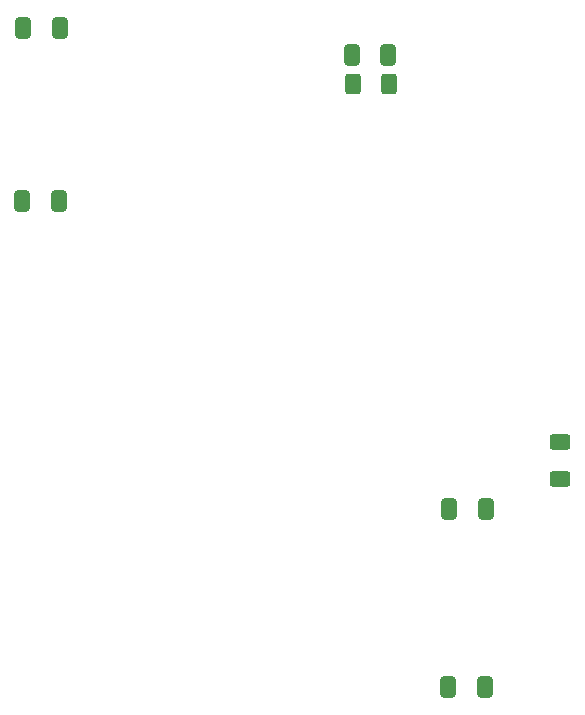
<source format=gbr>
%TF.GenerationSoftware,KiCad,Pcbnew,9.0.0*%
%TF.CreationDate,2025-03-14T13:06:40-07:00*%
%TF.ProjectId,AMS - CANBus - Dinger,414d5320-2d20-4434-914e-427573202d20,rev?*%
%TF.SameCoordinates,Original*%
%TF.FileFunction,Paste,Top*%
%TF.FilePolarity,Positive*%
%FSLAX46Y46*%
G04 Gerber Fmt 4.6, Leading zero omitted, Abs format (unit mm)*
G04 Created by KiCad (PCBNEW 9.0.0) date 2025-03-14 13:06:40*
%MOMM*%
%LPD*%
G01*
G04 APERTURE LIST*
G04 Aperture macros list*
%AMRoundRect*
0 Rectangle with rounded corners*
0 $1 Rounding radius*
0 $2 $3 $4 $5 $6 $7 $8 $9 X,Y pos of 4 corners*
0 Add a 4 corners polygon primitive as box body*
4,1,4,$2,$3,$4,$5,$6,$7,$8,$9,$2,$3,0*
0 Add four circle primitives for the rounded corners*
1,1,$1+$1,$2,$3*
1,1,$1+$1,$4,$5*
1,1,$1+$1,$6,$7*
1,1,$1+$1,$8,$9*
0 Add four rect primitives between the rounded corners*
20,1,$1+$1,$2,$3,$4,$5,0*
20,1,$1+$1,$4,$5,$6,$7,0*
20,1,$1+$1,$6,$7,$8,$9,0*
20,1,$1+$1,$8,$9,$2,$3,0*%
G04 Aperture macros list end*
%ADD10RoundRect,0.250000X0.625000X-0.400000X0.625000X0.400000X-0.625000X0.400000X-0.625000X-0.400000X0*%
%ADD11RoundRect,0.250000X-0.412500X-0.650000X0.412500X-0.650000X0.412500X0.650000X-0.412500X0.650000X0*%
%ADD12RoundRect,0.250000X0.412500X0.650000X-0.412500X0.650000X-0.412500X-0.650000X0.412500X-0.650000X0*%
%ADD13RoundRect,0.250000X0.400000X0.625000X-0.400000X0.625000X-0.400000X-0.625000X0.400000X-0.625000X0*%
G04 APERTURE END LIST*
D10*
%TO.C,R3*%
X130690200Y-83758600D03*
X130690200Y-86858600D03*
%TD*%
D11*
%TO.C,C5*%
X124329800Y-104530700D03*
X121204800Y-104530700D03*
%TD*%
%TO.C,C7*%
X124393600Y-89405800D03*
X121268600Y-89405800D03*
%TD*%
D12*
%TO.C,C11*%
X88204100Y-63342200D03*
X85079100Y-63342200D03*
%TD*%
D13*
%TO.C,R26*%
X116188200Y-53475500D03*
X113088200Y-53475500D03*
%TD*%
D11*
%TO.C,C12*%
X85188900Y-48693700D03*
X88313900Y-48693700D03*
%TD*%
%TO.C,C13*%
X113002900Y-51027600D03*
X116127900Y-51027600D03*
%TD*%
M02*

</source>
